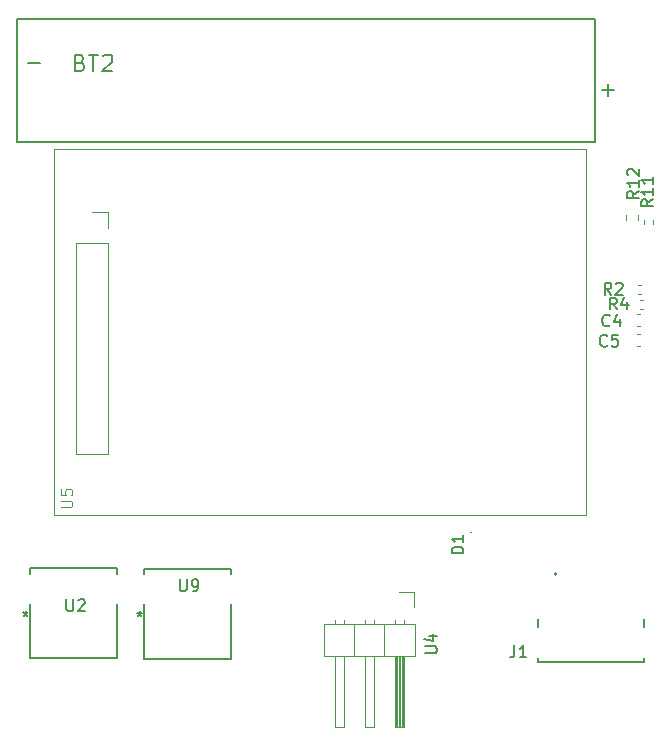
<source format=gbr>
%TF.GenerationSoftware,KiCad,Pcbnew,8.0.0*%
%TF.CreationDate,2025-02-07T12:18:44-03:30*%
%TF.ProjectId,Detection_Eval,44657465-6374-4696-9f6e-5f4576616c2e,rev?*%
%TF.SameCoordinates,Original*%
%TF.FileFunction,Legend,Top*%
%TF.FilePolarity,Positive*%
%FSLAX46Y46*%
G04 Gerber Fmt 4.6, Leading zero omitted, Abs format (unit mm)*
G04 Created by KiCad (PCBNEW 8.0.0) date 2025-02-07 12:18:44*
%MOMM*%
%LPD*%
G01*
G04 APERTURE LIST*
%ADD10C,0.100000*%
%ADD11C,0.150000*%
%ADD12C,0.120000*%
%ADD13C,0.200000*%
%ADD14C,0.152400*%
%ADD15C,0.127000*%
G04 APERTURE END LIST*
D10*
X93657419Y-129861904D02*
X94466942Y-129861904D01*
X94466942Y-129861904D02*
X94562180Y-129814285D01*
X94562180Y-129814285D02*
X94609800Y-129766666D01*
X94609800Y-129766666D02*
X94657419Y-129671428D01*
X94657419Y-129671428D02*
X94657419Y-129480952D01*
X94657419Y-129480952D02*
X94609800Y-129385714D01*
X94609800Y-129385714D02*
X94562180Y-129338095D01*
X94562180Y-129338095D02*
X94466942Y-129290476D01*
X94466942Y-129290476D02*
X93657419Y-129290476D01*
X93657419Y-128338095D02*
X93657419Y-128814285D01*
X93657419Y-128814285D02*
X94133609Y-128861904D01*
X94133609Y-128861904D02*
X94085990Y-128814285D01*
X94085990Y-128814285D02*
X94038371Y-128719047D01*
X94038371Y-128719047D02*
X94038371Y-128480952D01*
X94038371Y-128480952D02*
X94085990Y-128385714D01*
X94085990Y-128385714D02*
X94133609Y-128338095D01*
X94133609Y-128338095D02*
X94228847Y-128290476D01*
X94228847Y-128290476D02*
X94466942Y-128290476D01*
X94466942Y-128290476D02*
X94562180Y-128338095D01*
X94562180Y-128338095D02*
X94609800Y-128385714D01*
X94609800Y-128385714D02*
X94657419Y-128480952D01*
X94657419Y-128480952D02*
X94657419Y-128719047D01*
X94657419Y-128719047D02*
X94609800Y-128814285D01*
X94609800Y-128814285D02*
X94562180Y-128861904D01*
D11*
X140273333Y-111854819D02*
X139940000Y-111378628D01*
X139701905Y-111854819D02*
X139701905Y-110854819D01*
X139701905Y-110854819D02*
X140082857Y-110854819D01*
X140082857Y-110854819D02*
X140178095Y-110902438D01*
X140178095Y-110902438D02*
X140225714Y-110950057D01*
X140225714Y-110950057D02*
X140273333Y-111045295D01*
X140273333Y-111045295D02*
X140273333Y-111188152D01*
X140273333Y-111188152D02*
X140225714Y-111283390D01*
X140225714Y-111283390D02*
X140178095Y-111331009D01*
X140178095Y-111331009D02*
X140082857Y-111378628D01*
X140082857Y-111378628D02*
X139701905Y-111378628D01*
X140654286Y-110950057D02*
X140701905Y-110902438D01*
X140701905Y-110902438D02*
X140797143Y-110854819D01*
X140797143Y-110854819D02*
X141035238Y-110854819D01*
X141035238Y-110854819D02*
X141130476Y-110902438D01*
X141130476Y-110902438D02*
X141178095Y-110950057D01*
X141178095Y-110950057D02*
X141225714Y-111045295D01*
X141225714Y-111045295D02*
X141225714Y-111140533D01*
X141225714Y-111140533D02*
X141178095Y-111283390D01*
X141178095Y-111283390D02*
X140606667Y-111854819D01*
X140606667Y-111854819D02*
X141225714Y-111854819D01*
X140133333Y-114449580D02*
X140085714Y-114497200D01*
X140085714Y-114497200D02*
X139942857Y-114544819D01*
X139942857Y-114544819D02*
X139847619Y-114544819D01*
X139847619Y-114544819D02*
X139704762Y-114497200D01*
X139704762Y-114497200D02*
X139609524Y-114401961D01*
X139609524Y-114401961D02*
X139561905Y-114306723D01*
X139561905Y-114306723D02*
X139514286Y-114116247D01*
X139514286Y-114116247D02*
X139514286Y-113973390D01*
X139514286Y-113973390D02*
X139561905Y-113782914D01*
X139561905Y-113782914D02*
X139609524Y-113687676D01*
X139609524Y-113687676D02*
X139704762Y-113592438D01*
X139704762Y-113592438D02*
X139847619Y-113544819D01*
X139847619Y-113544819D02*
X139942857Y-113544819D01*
X139942857Y-113544819D02*
X140085714Y-113592438D01*
X140085714Y-113592438D02*
X140133333Y-113640057D01*
X140990476Y-113878152D02*
X140990476Y-114544819D01*
X140752381Y-113497200D02*
X140514286Y-114211485D01*
X140514286Y-114211485D02*
X141133333Y-114211485D01*
X140753333Y-113104819D02*
X140420000Y-112628628D01*
X140181905Y-113104819D02*
X140181905Y-112104819D01*
X140181905Y-112104819D02*
X140562857Y-112104819D01*
X140562857Y-112104819D02*
X140658095Y-112152438D01*
X140658095Y-112152438D02*
X140705714Y-112200057D01*
X140705714Y-112200057D02*
X140753333Y-112295295D01*
X140753333Y-112295295D02*
X140753333Y-112438152D01*
X140753333Y-112438152D02*
X140705714Y-112533390D01*
X140705714Y-112533390D02*
X140658095Y-112581009D01*
X140658095Y-112581009D02*
X140562857Y-112628628D01*
X140562857Y-112628628D02*
X140181905Y-112628628D01*
X141610476Y-112438152D02*
X141610476Y-113104819D01*
X141372381Y-112057200D02*
X141134286Y-112771485D01*
X141134286Y-112771485D02*
X141753333Y-112771485D01*
X127754819Y-133768094D02*
X126754819Y-133768094D01*
X126754819Y-133768094D02*
X126754819Y-133529999D01*
X126754819Y-133529999D02*
X126802438Y-133387142D01*
X126802438Y-133387142D02*
X126897676Y-133291904D01*
X126897676Y-133291904D02*
X126992914Y-133244285D01*
X126992914Y-133244285D02*
X127183390Y-133196666D01*
X127183390Y-133196666D02*
X127326247Y-133196666D01*
X127326247Y-133196666D02*
X127516723Y-133244285D01*
X127516723Y-133244285D02*
X127611961Y-133291904D01*
X127611961Y-133291904D02*
X127707200Y-133387142D01*
X127707200Y-133387142D02*
X127754819Y-133529999D01*
X127754819Y-133529999D02*
X127754819Y-133768094D01*
X127754819Y-132244285D02*
X127754819Y-132815713D01*
X127754819Y-132529999D02*
X126754819Y-132529999D01*
X126754819Y-132529999D02*
X126897676Y-132625237D01*
X126897676Y-132625237D02*
X126992914Y-132720475D01*
X126992914Y-132720475D02*
X127040533Y-132815713D01*
X132076666Y-141554819D02*
X132076666Y-142269104D01*
X132076666Y-142269104D02*
X132029047Y-142411961D01*
X132029047Y-142411961D02*
X131933809Y-142507200D01*
X131933809Y-142507200D02*
X131790952Y-142554819D01*
X131790952Y-142554819D02*
X131695714Y-142554819D01*
X133076666Y-142554819D02*
X132505238Y-142554819D01*
X132790952Y-142554819D02*
X132790952Y-141554819D01*
X132790952Y-141554819D02*
X132695714Y-141697676D01*
X132695714Y-141697676D02*
X132600476Y-141792914D01*
X132600476Y-141792914D02*
X132505238Y-141840533D01*
X103748095Y-135954819D02*
X103748095Y-136764342D01*
X103748095Y-136764342D02*
X103795714Y-136859580D01*
X103795714Y-136859580D02*
X103843333Y-136907200D01*
X103843333Y-136907200D02*
X103938571Y-136954819D01*
X103938571Y-136954819D02*
X104129047Y-136954819D01*
X104129047Y-136954819D02*
X104224285Y-136907200D01*
X104224285Y-136907200D02*
X104271904Y-136859580D01*
X104271904Y-136859580D02*
X104319523Y-136764342D01*
X104319523Y-136764342D02*
X104319523Y-135954819D01*
X104843333Y-136954819D02*
X105033809Y-136954819D01*
X105033809Y-136954819D02*
X105129047Y-136907200D01*
X105129047Y-136907200D02*
X105176666Y-136859580D01*
X105176666Y-136859580D02*
X105271904Y-136716723D01*
X105271904Y-136716723D02*
X105319523Y-136526247D01*
X105319523Y-136526247D02*
X105319523Y-136145295D01*
X105319523Y-136145295D02*
X105271904Y-136050057D01*
X105271904Y-136050057D02*
X105224285Y-136002438D01*
X105224285Y-136002438D02*
X105129047Y-135954819D01*
X105129047Y-135954819D02*
X104938571Y-135954819D01*
X104938571Y-135954819D02*
X104843333Y-136002438D01*
X104843333Y-136002438D02*
X104795714Y-136050057D01*
X104795714Y-136050057D02*
X104748095Y-136145295D01*
X104748095Y-136145295D02*
X104748095Y-136383390D01*
X104748095Y-136383390D02*
X104795714Y-136478628D01*
X104795714Y-136478628D02*
X104843333Y-136526247D01*
X104843333Y-136526247D02*
X104938571Y-136573866D01*
X104938571Y-136573866D02*
X105129047Y-136573866D01*
X105129047Y-136573866D02*
X105224285Y-136526247D01*
X105224285Y-136526247D02*
X105271904Y-136478628D01*
X105271904Y-136478628D02*
X105319523Y-136383390D01*
X100331999Y-138654819D02*
X100331999Y-138892914D01*
X100093904Y-138797676D02*
X100331999Y-138892914D01*
X100331999Y-138892914D02*
X100570094Y-138797676D01*
X100189142Y-139083390D02*
X100331999Y-138892914D01*
X100331999Y-138892914D02*
X100474856Y-139083390D01*
X100331999Y-138654819D02*
X100331999Y-138892914D01*
X100093904Y-138797676D02*
X100331999Y-138892914D01*
X100331999Y-138892914D02*
X100570094Y-138797676D01*
X100189142Y-139083390D02*
X100331999Y-138892914D01*
X100331999Y-138892914D02*
X100474856Y-139083390D01*
X139933333Y-116159580D02*
X139885714Y-116207200D01*
X139885714Y-116207200D02*
X139742857Y-116254819D01*
X139742857Y-116254819D02*
X139647619Y-116254819D01*
X139647619Y-116254819D02*
X139504762Y-116207200D01*
X139504762Y-116207200D02*
X139409524Y-116111961D01*
X139409524Y-116111961D02*
X139361905Y-116016723D01*
X139361905Y-116016723D02*
X139314286Y-115826247D01*
X139314286Y-115826247D02*
X139314286Y-115683390D01*
X139314286Y-115683390D02*
X139361905Y-115492914D01*
X139361905Y-115492914D02*
X139409524Y-115397676D01*
X139409524Y-115397676D02*
X139504762Y-115302438D01*
X139504762Y-115302438D02*
X139647619Y-115254819D01*
X139647619Y-115254819D02*
X139742857Y-115254819D01*
X139742857Y-115254819D02*
X139885714Y-115302438D01*
X139885714Y-115302438D02*
X139933333Y-115350057D01*
X140838095Y-115254819D02*
X140361905Y-115254819D01*
X140361905Y-115254819D02*
X140314286Y-115731009D01*
X140314286Y-115731009D02*
X140361905Y-115683390D01*
X140361905Y-115683390D02*
X140457143Y-115635771D01*
X140457143Y-115635771D02*
X140695238Y-115635771D01*
X140695238Y-115635771D02*
X140790476Y-115683390D01*
X140790476Y-115683390D02*
X140838095Y-115731009D01*
X140838095Y-115731009D02*
X140885714Y-115826247D01*
X140885714Y-115826247D02*
X140885714Y-116064342D01*
X140885714Y-116064342D02*
X140838095Y-116159580D01*
X140838095Y-116159580D02*
X140790476Y-116207200D01*
X140790476Y-116207200D02*
X140695238Y-116254819D01*
X140695238Y-116254819D02*
X140457143Y-116254819D01*
X140457143Y-116254819D02*
X140361905Y-116207200D01*
X140361905Y-116207200D02*
X140314286Y-116159580D01*
X95300000Y-92206533D02*
X95500000Y-92273200D01*
X95500000Y-92273200D02*
X95566666Y-92339866D01*
X95566666Y-92339866D02*
X95633333Y-92473200D01*
X95633333Y-92473200D02*
X95633333Y-92673200D01*
X95633333Y-92673200D02*
X95566666Y-92806533D01*
X95566666Y-92806533D02*
X95500000Y-92873200D01*
X95500000Y-92873200D02*
X95366666Y-92939866D01*
X95366666Y-92939866D02*
X94833333Y-92939866D01*
X94833333Y-92939866D02*
X94833333Y-91539866D01*
X94833333Y-91539866D02*
X95300000Y-91539866D01*
X95300000Y-91539866D02*
X95433333Y-91606533D01*
X95433333Y-91606533D02*
X95500000Y-91673200D01*
X95500000Y-91673200D02*
X95566666Y-91806533D01*
X95566666Y-91806533D02*
X95566666Y-91939866D01*
X95566666Y-91939866D02*
X95500000Y-92073200D01*
X95500000Y-92073200D02*
X95433333Y-92139866D01*
X95433333Y-92139866D02*
X95300000Y-92206533D01*
X95300000Y-92206533D02*
X94833333Y-92206533D01*
X96033333Y-91539866D02*
X96833333Y-91539866D01*
X96433333Y-92939866D02*
X96433333Y-91539866D01*
X97233333Y-91673200D02*
X97300000Y-91606533D01*
X97300000Y-91606533D02*
X97433333Y-91539866D01*
X97433333Y-91539866D02*
X97766667Y-91539866D01*
X97766667Y-91539866D02*
X97900000Y-91606533D01*
X97900000Y-91606533D02*
X97966667Y-91673200D01*
X97966667Y-91673200D02*
X98033333Y-91806533D01*
X98033333Y-91806533D02*
X98033333Y-91939866D01*
X98033333Y-91939866D02*
X97966667Y-92139866D01*
X97966667Y-92139866D02*
X97166667Y-92939866D01*
X97166667Y-92939866D02*
X98033333Y-92939866D01*
X139478667Y-94518533D02*
X140545334Y-94518533D01*
X140012000Y-95051866D02*
X140012000Y-93985200D01*
X90866667Y-92206533D02*
X91933334Y-92206533D01*
X94148095Y-137654819D02*
X94148095Y-138464342D01*
X94148095Y-138464342D02*
X94195714Y-138559580D01*
X94195714Y-138559580D02*
X94243333Y-138607200D01*
X94243333Y-138607200D02*
X94338571Y-138654819D01*
X94338571Y-138654819D02*
X94529047Y-138654819D01*
X94529047Y-138654819D02*
X94624285Y-138607200D01*
X94624285Y-138607200D02*
X94671904Y-138559580D01*
X94671904Y-138559580D02*
X94719523Y-138464342D01*
X94719523Y-138464342D02*
X94719523Y-137654819D01*
X95148095Y-137750057D02*
X95195714Y-137702438D01*
X95195714Y-137702438D02*
X95290952Y-137654819D01*
X95290952Y-137654819D02*
X95529047Y-137654819D01*
X95529047Y-137654819D02*
X95624285Y-137702438D01*
X95624285Y-137702438D02*
X95671904Y-137750057D01*
X95671904Y-137750057D02*
X95719523Y-137845295D01*
X95719523Y-137845295D02*
X95719523Y-137940533D01*
X95719523Y-137940533D02*
X95671904Y-138083390D01*
X95671904Y-138083390D02*
X95100476Y-138654819D01*
X95100476Y-138654819D02*
X95719523Y-138654819D01*
X90693749Y-138621518D02*
X90693749Y-138859613D01*
X90455654Y-138764375D02*
X90693749Y-138859613D01*
X90693749Y-138859613D02*
X90931844Y-138764375D01*
X90550892Y-139050089D02*
X90693749Y-138859613D01*
X90693749Y-138859613D02*
X90836606Y-139050089D01*
X90693749Y-138621518D02*
X90693749Y-138859613D01*
X90455654Y-138764375D02*
X90693749Y-138859613D01*
X90693749Y-138859613D02*
X90931844Y-138764375D01*
X90550892Y-139050089D02*
X90693749Y-138859613D01*
X90693749Y-138859613D02*
X90836606Y-139050089D01*
X124504819Y-142211904D02*
X125314342Y-142211904D01*
X125314342Y-142211904D02*
X125409580Y-142164285D01*
X125409580Y-142164285D02*
X125457200Y-142116666D01*
X125457200Y-142116666D02*
X125504819Y-142021428D01*
X125504819Y-142021428D02*
X125504819Y-141830952D01*
X125504819Y-141830952D02*
X125457200Y-141735714D01*
X125457200Y-141735714D02*
X125409580Y-141688095D01*
X125409580Y-141688095D02*
X125314342Y-141640476D01*
X125314342Y-141640476D02*
X124504819Y-141640476D01*
X124838152Y-140735714D02*
X125504819Y-140735714D01*
X124457200Y-140973809D02*
X125171485Y-141211904D01*
X125171485Y-141211904D02*
X125171485Y-140592857D01*
X142604819Y-103092857D02*
X142128628Y-103426190D01*
X142604819Y-103664285D02*
X141604819Y-103664285D01*
X141604819Y-103664285D02*
X141604819Y-103283333D01*
X141604819Y-103283333D02*
X141652438Y-103188095D01*
X141652438Y-103188095D02*
X141700057Y-103140476D01*
X141700057Y-103140476D02*
X141795295Y-103092857D01*
X141795295Y-103092857D02*
X141938152Y-103092857D01*
X141938152Y-103092857D02*
X142033390Y-103140476D01*
X142033390Y-103140476D02*
X142081009Y-103188095D01*
X142081009Y-103188095D02*
X142128628Y-103283333D01*
X142128628Y-103283333D02*
X142128628Y-103664285D01*
X142604819Y-102140476D02*
X142604819Y-102711904D01*
X142604819Y-102426190D02*
X141604819Y-102426190D01*
X141604819Y-102426190D02*
X141747676Y-102521428D01*
X141747676Y-102521428D02*
X141842914Y-102616666D01*
X141842914Y-102616666D02*
X141890533Y-102711904D01*
X141700057Y-101759523D02*
X141652438Y-101711904D01*
X141652438Y-101711904D02*
X141604819Y-101616666D01*
X141604819Y-101616666D02*
X141604819Y-101378571D01*
X141604819Y-101378571D02*
X141652438Y-101283333D01*
X141652438Y-101283333D02*
X141700057Y-101235714D01*
X141700057Y-101235714D02*
X141795295Y-101188095D01*
X141795295Y-101188095D02*
X141890533Y-101188095D01*
X141890533Y-101188095D02*
X142033390Y-101235714D01*
X142033390Y-101235714D02*
X142604819Y-101807142D01*
X142604819Y-101807142D02*
X142604819Y-101188095D01*
X143804819Y-103792857D02*
X143328628Y-104126190D01*
X143804819Y-104364285D02*
X142804819Y-104364285D01*
X142804819Y-104364285D02*
X142804819Y-103983333D01*
X142804819Y-103983333D02*
X142852438Y-103888095D01*
X142852438Y-103888095D02*
X142900057Y-103840476D01*
X142900057Y-103840476D02*
X142995295Y-103792857D01*
X142995295Y-103792857D02*
X143138152Y-103792857D01*
X143138152Y-103792857D02*
X143233390Y-103840476D01*
X143233390Y-103840476D02*
X143281009Y-103888095D01*
X143281009Y-103888095D02*
X143328628Y-103983333D01*
X143328628Y-103983333D02*
X143328628Y-104364285D01*
X143804819Y-102840476D02*
X143804819Y-103411904D01*
X143804819Y-103126190D02*
X142804819Y-103126190D01*
X142804819Y-103126190D02*
X142947676Y-103221428D01*
X142947676Y-103221428D02*
X143042914Y-103316666D01*
X143042914Y-103316666D02*
X143090533Y-103411904D01*
X143804819Y-101888095D02*
X143804819Y-102459523D01*
X143804819Y-102173809D02*
X142804819Y-102173809D01*
X142804819Y-102173809D02*
X142947676Y-102269047D01*
X142947676Y-102269047D02*
X143042914Y-102364285D01*
X143042914Y-102364285D02*
X143090533Y-102459523D01*
%TO.C,U5*%
D10*
X93100000Y-130500000D02*
X138100000Y-130500000D01*
X138100000Y-99500000D01*
X93100000Y-99500000D01*
X93100000Y-130500000D01*
D12*
X97630000Y-125340000D02*
X94970000Y-125340000D01*
X97630000Y-107500000D02*
X97630000Y-125340000D01*
X97630000Y-107500000D02*
X94970000Y-107500000D01*
X97630000Y-106230000D02*
X97630000Y-104900000D01*
X97630000Y-104900000D02*
X96300000Y-104900000D01*
X94970000Y-107500000D02*
X94970000Y-125340000D01*
%TO.C,R2*%
X142803641Y-111020000D02*
X142496359Y-111020000D01*
X142803641Y-111780000D02*
X142496359Y-111780000D01*
%TO.C,C4*%
X142740580Y-113490000D02*
X142459420Y-113490000D01*
X142740580Y-114510000D02*
X142459420Y-114510000D01*
%TO.C,R4*%
X142993641Y-112270000D02*
X142686359Y-112270000D01*
X142993641Y-113030000D02*
X142686359Y-113030000D01*
D10*
%TO.C,D1*%
X128450000Y-131995000D02*
G75*
G02*
X128350000Y-131995000I-50000J0D01*
G01*
X128350000Y-131995000D02*
G75*
G02*
X128450000Y-131995000I50000J0D01*
G01*
D13*
%TO.C,J1*%
X134065000Y-139350000D02*
X134065000Y-140030000D01*
X134065000Y-142590000D02*
X134065000Y-142940000D01*
X134065000Y-142940000D02*
X143005000Y-142940000D01*
X143005000Y-139350000D02*
X143005000Y-140030000D01*
X143005000Y-142940000D02*
X143005000Y-142590000D01*
X135660000Y-135500000D02*
G75*
G02*
X135460000Y-135500000I-100000J0D01*
G01*
X135460000Y-135500000D02*
G75*
G02*
X135660000Y-135500000I100000J0D01*
G01*
D14*
%TO.C,U9*%
X100677000Y-135062801D02*
X100677000Y-135517000D01*
X100677000Y-138044326D02*
X100677000Y-142670101D01*
X100677000Y-142670101D02*
X108043000Y-142670101D01*
X108043000Y-135062801D02*
X100677000Y-135062801D01*
X108043000Y-135517000D02*
X108043000Y-135062801D01*
X108043000Y-142670101D02*
X108043000Y-138044326D01*
D12*
%TO.C,C5*%
X142740580Y-115190000D02*
X142459420Y-115190000D01*
X142740580Y-116210000D02*
X142459420Y-116210000D01*
D15*
%TO.C,BT2*%
X89935000Y-88500000D02*
X89935000Y-98900000D01*
X89935000Y-98900000D02*
X138935000Y-98900000D01*
X138935000Y-88500000D02*
X89935000Y-88500000D01*
X138935000Y-98900000D02*
X138935000Y-88500000D01*
D14*
%TO.C,U2*%
X91038750Y-135029500D02*
X91038750Y-135483699D01*
X91038750Y-138011025D02*
X91038750Y-142636800D01*
X91038750Y-142636800D02*
X98404750Y-142636800D01*
X98404750Y-135029500D02*
X91038750Y-135029500D01*
X98404750Y-135483699D02*
X98404750Y-135029500D01*
X98404750Y-142636800D02*
X98404750Y-138011025D01*
D12*
%TO.C,U4*%
X115925000Y-139765000D02*
X115925000Y-142425000D01*
X115925000Y-142425000D02*
X123665000Y-142425000D01*
X116875000Y-139367929D02*
X116875000Y-139765000D01*
X116875000Y-148425000D02*
X116875000Y-142425000D01*
X117635000Y-139367929D02*
X117635000Y-139765000D01*
X117635000Y-142425000D02*
X117635000Y-148425000D01*
X117635000Y-148425000D02*
X116875000Y-148425000D01*
X118525000Y-139765000D02*
X118525000Y-142425000D01*
X119415000Y-139367929D02*
X119415000Y-139765000D01*
X119415000Y-148425000D02*
X119415000Y-142425000D01*
X120175000Y-139367929D02*
X120175000Y-139765000D01*
X120175000Y-142425000D02*
X120175000Y-148425000D01*
X120175000Y-148425000D02*
X119415000Y-148425000D01*
X121065000Y-139765000D02*
X121065000Y-142425000D01*
X121955000Y-139435000D02*
X121955000Y-139765000D01*
X121955000Y-148425000D02*
X121955000Y-142425000D01*
X122055000Y-142425000D02*
X122055000Y-148425000D01*
X122175000Y-142425000D02*
X122175000Y-148425000D01*
X122295000Y-142425000D02*
X122295000Y-148425000D01*
X122335000Y-137055000D02*
X123605000Y-137055000D01*
X122415000Y-142425000D02*
X122415000Y-148425000D01*
X122535000Y-142425000D02*
X122535000Y-148425000D01*
X122655000Y-142425000D02*
X122655000Y-148425000D01*
X122715000Y-139435000D02*
X122715000Y-139765000D01*
X122715000Y-142425000D02*
X122715000Y-148425000D01*
X122715000Y-148425000D02*
X121955000Y-148425000D01*
X123605000Y-137055000D02*
X123605000Y-138325000D01*
X123665000Y-139765000D02*
X115925000Y-139765000D01*
X123665000Y-142425000D02*
X123665000Y-139765000D01*
%TO.C,R12*%
X141527500Y-105087742D02*
X141527500Y-105562258D01*
X142572500Y-105087742D02*
X142572500Y-105562258D01*
%TO.C,R11*%
X143780000Y-105843641D02*
X143780000Y-105536359D01*
X143020000Y-105843641D02*
X143020000Y-105536359D01*
%TD*%
M02*

</source>
